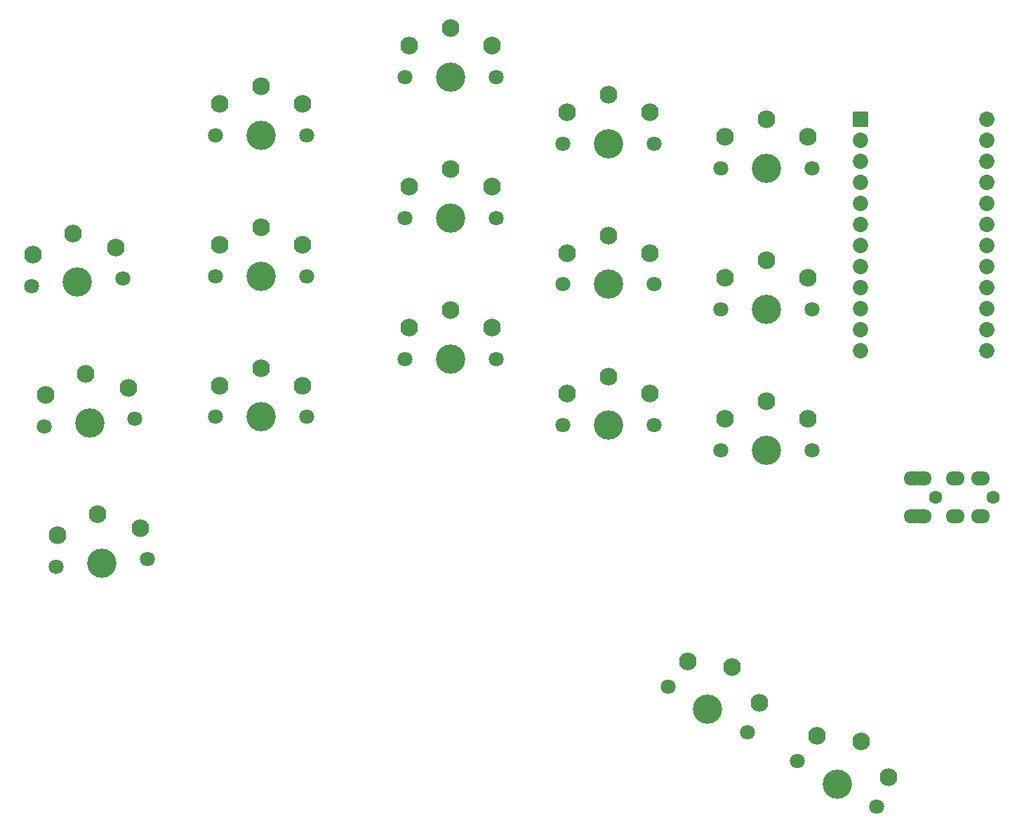
<source format=gbr>
G04 #@! TF.GenerationSoftware,KiCad,Pcbnew,(5.99.0-13010-g08938463f1)*
G04 #@! TF.CreationDate,2022-03-17T12:01:58-05:00*
G04 #@! TF.ProjectId,om,6f6d2e6b-6963-4616-945f-706362585858,v1.0.0*
G04 #@! TF.SameCoordinates,Original*
G04 #@! TF.FileFunction,Soldermask,Top*
G04 #@! TF.FilePolarity,Negative*
%FSLAX46Y46*%
G04 Gerber Fmt 4.6, Leading zero omitted, Abs format (unit mm)*
G04 Created by KiCad (PCBNEW (5.99.0-13010-g08938463f1)) date 2022-03-17 12:01:58*
%MOMM*%
%LPD*%
G01*
G04 APERTURE LIST*
G04 Aperture macros list*
%AMRoundRect*
0 Rectangle with rounded corners*
0 $1 Rounding radius*
0 $2 $3 $4 $5 $6 $7 $8 $9 X,Y pos of 4 corners*
0 Add a 4 corners polygon primitive as box body*
4,1,4,$2,$3,$4,$5,$6,$7,$8,$9,$2,$3,0*
0 Add four circle primitives for the rounded corners*
1,1,$1+$1,$2,$3*
1,1,$1+$1,$4,$5*
1,1,$1+$1,$6,$7*
1,1,$1+$1,$8,$9*
0 Add four rect primitives between the rounded corners*
20,1,$1+$1,$2,$3,$4,$5,0*
20,1,$1+$1,$4,$5,$6,$7,0*
20,1,$1+$1,$6,$7,$8,$9,0*
20,1,$1+$1,$8,$9,$2,$3,0*%
G04 Aperture macros list end*
%ADD10C,3.529000*%
%ADD11C,1.801800*%
%ADD12C,2.132000*%
%ADD13C,1.600000*%
%ADD14O,2.300000X1.700000*%
%ADD15RoundRect,0.050000X-0.876300X0.876300X-0.876300X-0.876300X0.876300X-0.876300X0.876300X0.876300X0*%
%ADD16C,1.852600*%
G04 APERTURE END LIST*
D10*
X214650000Y-118150000D03*
D11*
X220150000Y-118150000D03*
X209150000Y-118150000D03*
D12*
X209650000Y-114350000D03*
X219650000Y-114350000D03*
X214650000Y-112250000D03*
X214650000Y-112250000D03*
D11*
X220150000Y-135150000D03*
X209150000Y-135150000D03*
D10*
X214650000Y-135150000D03*
D12*
X209650000Y-131350000D03*
X219650000Y-131350000D03*
X214650000Y-129250000D03*
X214650000Y-129250000D03*
D10*
X195600000Y-98150000D03*
D11*
X190100000Y-98150000D03*
X201100000Y-98150000D03*
D12*
X190600000Y-94350000D03*
X200600000Y-94350000D03*
X195600000Y-92250000D03*
X195600000Y-92250000D03*
D11*
X129013445Y-149251416D03*
X139971587Y-148292702D03*
D10*
X134492516Y-148772059D03*
D12*
X139142298Y-144550740D03*
X129180351Y-145422298D03*
X133978297Y-142894510D03*
X133978297Y-142894510D03*
D11*
X182050000Y-90150000D03*
X171050000Y-90150000D03*
D10*
X176550000Y-90150000D03*
D12*
X181550000Y-86350000D03*
X171550000Y-86350000D03*
X176550000Y-84250000D03*
X176550000Y-84250000D03*
D11*
X190100000Y-132150001D03*
D10*
X195600000Y-132150001D03*
D11*
X201100000Y-132150001D03*
D12*
X200600000Y-128350001D03*
X190600000Y-128350001D03*
X195600000Y-126250001D03*
X195600000Y-126250001D03*
D10*
X214650000Y-101150000D03*
D11*
X209150000Y-101150000D03*
X220150000Y-101150000D03*
D12*
X219650000Y-97350000D03*
X209650000Y-97350000D03*
X214650000Y-95250000D03*
X214650000Y-95250000D03*
D11*
X148190000Y-131150000D03*
D10*
X153690000Y-131150000D03*
D11*
X159190000Y-131150000D03*
D12*
X148690000Y-127350000D03*
X158690000Y-127350000D03*
X153690000Y-125250000D03*
X153690000Y-125250000D03*
D11*
X182050000Y-107150000D03*
D10*
X176550000Y-107150000D03*
D11*
X171050000Y-107150000D03*
D12*
X181550000Y-103350000D03*
X171550000Y-103350000D03*
X176550000Y-101250000D03*
X176550000Y-101250000D03*
D13*
X242050000Y-140850000D03*
X235050000Y-140850000D03*
D14*
X232350000Y-138550000D03*
X232350000Y-143150000D03*
X233450000Y-138550000D03*
X233450000Y-143150000D03*
X237450000Y-138550000D03*
X237450000Y-143150000D03*
X240450000Y-138550000D03*
X240450000Y-143150000D03*
D10*
X195600000Y-115150000D03*
D11*
X190100000Y-115150000D03*
X201100000Y-115150000D03*
D12*
X200600000Y-111350000D03*
X190600000Y-111350000D03*
X195600000Y-109250000D03*
X195600000Y-109250000D03*
D11*
X126050150Y-115380796D03*
D10*
X131529221Y-114901439D03*
D11*
X137008292Y-114422082D03*
D12*
X126217056Y-111551678D03*
X136179003Y-110680120D03*
X131015002Y-109023890D03*
X131015002Y-109023890D03*
D11*
X171050000Y-124150000D03*
X182050000Y-124150000D03*
D10*
X176550000Y-124150000D03*
D12*
X171550000Y-120350000D03*
X181550000Y-120350000D03*
X176550000Y-118250000D03*
X176550000Y-118250000D03*
D11*
X202820888Y-163693247D03*
X212347168Y-169193247D03*
D10*
X207584028Y-166443247D03*
D12*
X205153901Y-160652350D03*
X213814155Y-165652350D03*
X210534028Y-161333697D03*
X210534028Y-161333697D03*
D11*
X159190000Y-97150000D03*
X148190000Y-97150000D03*
D10*
X153690000Y-97150000D03*
D12*
X158690000Y-93350000D03*
X148690000Y-93350000D03*
X153690000Y-91250000D03*
X153690000Y-91250000D03*
D11*
X148190000Y-114150000D03*
X159190000Y-114150000D03*
D10*
X153690000Y-114150000D03*
D12*
X148690000Y-110350000D03*
X158690000Y-110350000D03*
X153690000Y-108250000D03*
X153690000Y-108250000D03*
D15*
X226030000Y-95180000D03*
D16*
X226030000Y-97720000D03*
X226030000Y-100260000D03*
X226030000Y-102800000D03*
X226030000Y-105340000D03*
X226030000Y-107880000D03*
X226030000Y-110420000D03*
X226030000Y-112960000D03*
X226030000Y-115500000D03*
X226030000Y-118040000D03*
X226030000Y-120580000D03*
X226030000Y-123120000D03*
X241270000Y-95180000D03*
X241270000Y-97720000D03*
X241270000Y-100260000D03*
X241270000Y-102800000D03*
X241270000Y-105340000D03*
X241270000Y-107880000D03*
X241270000Y-110420000D03*
X241270000Y-112960000D03*
X241270000Y-115500000D03*
X241270000Y-118040000D03*
X241270000Y-120580000D03*
X241270000Y-123120000D03*
D10*
X133010868Y-131836749D03*
D11*
X138489939Y-131357392D03*
X127531797Y-132316106D03*
D12*
X127698703Y-128486988D03*
X137660650Y-127615430D03*
X132496649Y-125959200D03*
X132496649Y-125959200D03*
D10*
X223172485Y-175443247D03*
D11*
X218409345Y-172693247D03*
X227935625Y-178193247D03*
D12*
X229402612Y-174652350D03*
X220742358Y-169652350D03*
X226122485Y-170333697D03*
X226122485Y-170333697D03*
M02*

</source>
